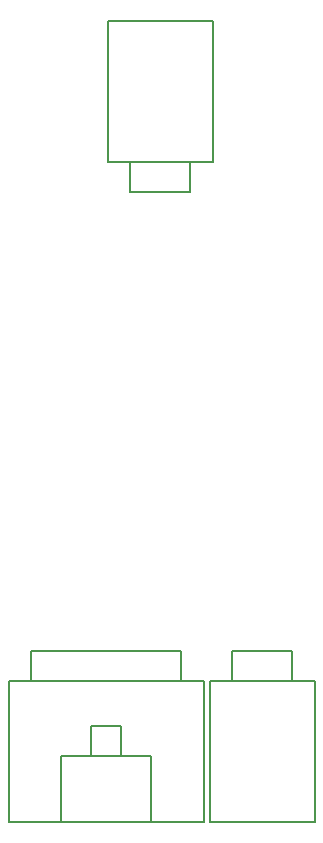
<source format=gbr>
G04 #@! TF.GenerationSoftware,KiCad,Pcbnew,(5.1.2)-1*
G04 #@! TF.CreationDate,2020-03-02T19:29:20-06:00*
G04 #@! TF.ProjectId,NanoBreakoutBoard_Rev1_2020,4e616e6f-4272-4656-916b-6f7574426f61,rev?*
G04 #@! TF.SameCoordinates,Original*
G04 #@! TF.FileFunction,Legend,Top*
G04 #@! TF.FilePolarity,Positive*
%FSLAX46Y46*%
G04 Gerber Fmt 4.6, Leading zero omitted, Abs format (unit mm)*
G04 Created by KiCad (PCBNEW (5.1.2)-1) date 2020-03-02 19:29:20*
%MOMM*%
%LPD*%
G04 APERTURE LIST*
%ADD10C,0.150000*%
G04 APERTURE END LIST*
D10*
X153670000Y-94488000D02*
X153670000Y-91948000D01*
X158750000Y-91948000D02*
X158750000Y-94488000D01*
X151765000Y-91948000D02*
X151765000Y-80010000D01*
X151765000Y-80010000D02*
X160655000Y-80010000D01*
X158750000Y-94488000D02*
X153670000Y-94488000D01*
X160655000Y-91948000D02*
X160655000Y-80010000D01*
X151765000Y-91948000D02*
X160655000Y-91948000D01*
X167386000Y-133350000D02*
X167386000Y-135890000D01*
X162306000Y-135890000D02*
X162306000Y-133350000D01*
X169291000Y-135890000D02*
X169291000Y-147828000D01*
X169291000Y-147828000D02*
X160401000Y-147828000D01*
X162306000Y-133350000D02*
X167386000Y-133350000D01*
X160401000Y-135890000D02*
X160401000Y-147828000D01*
X169291000Y-135890000D02*
X160401000Y-135890000D01*
X157988000Y-133350000D02*
X157988000Y-135890000D01*
X145288000Y-133350000D02*
X157988000Y-133350000D01*
X145288000Y-135890000D02*
X145288000Y-133350000D01*
X157988000Y-135890000D02*
X145288000Y-135890000D01*
X150368000Y-139700000D02*
X150368000Y-142240000D01*
X152908000Y-139700000D02*
X150368000Y-139700000D01*
X152908000Y-142240000D02*
X152908000Y-139700000D01*
X155448000Y-143510000D02*
X155448000Y-147320000D01*
X147828000Y-143510000D02*
X147828000Y-147320000D01*
X147828000Y-142240000D02*
X147828000Y-143510000D01*
X155448000Y-142240000D02*
X147828000Y-142240000D01*
X155448000Y-143510000D02*
X155448000Y-142240000D01*
X157988000Y-135890000D02*
X159893000Y-135890000D01*
X145288000Y-135890000D02*
X143383000Y-135890000D01*
X143383000Y-135890000D02*
X143383000Y-147828000D01*
X159893000Y-135890000D02*
X159893000Y-147828000D01*
X159893000Y-147828000D02*
X143383000Y-147828000D01*
X147828000Y-147320000D02*
X147828000Y-147828000D01*
X155448000Y-147828000D02*
X155448000Y-147320000D01*
M02*

</source>
